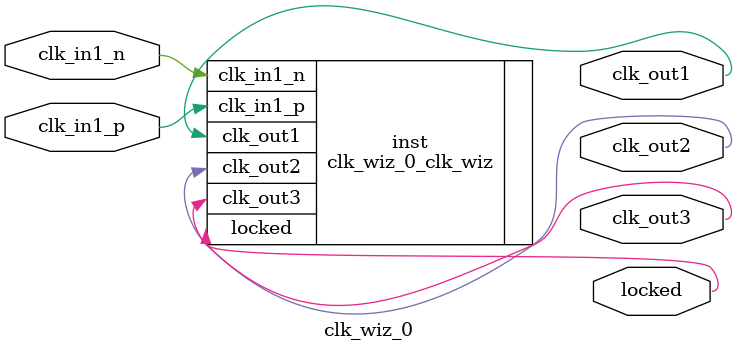
<source format=v>


`timescale 1ps/1ps

(* CORE_GENERATION_INFO = "clk_wiz_0,clk_wiz_v6_0_4_0_0,{component_name=clk_wiz_0,use_phase_alignment=false,use_min_o_jitter=true,use_max_i_jitter=false,use_dyn_phase_shift=false,use_inclk_switchover=false,use_dyn_reconfig=false,enable_axi=0,feedback_source=FDBK_AUTO,PRIMITIVE=MMCM,num_out_clk=3,clkin1_period=5.000,clkin2_period=10.0,use_power_down=false,use_reset=false,use_locked=true,use_inclk_stopped=false,feedback_type=SINGLE,CLOCK_MGR_TYPE=NA,manual_override=false}" *)

module clk_wiz_0 
 (
  // Clock out ports
  output        clk_out1,
  output        clk_out2,
  output        clk_out3,
  // Status and control signals
  output        locked,
 // Clock in ports
  input         clk_in1_p,
  input         clk_in1_n
 );

  clk_wiz_0_clk_wiz inst
  (
  // Clock out ports  
  .clk_out1(clk_out1),
  .clk_out2(clk_out2),
  .clk_out3(clk_out3),
  // Status and control signals               
  .locked(locked),
 // Clock in ports
  .clk_in1_p(clk_in1_p),
  .clk_in1_n(clk_in1_n)
  );

endmodule

</source>
